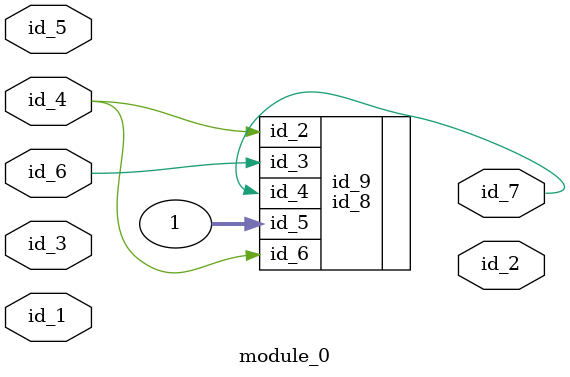
<source format=v>
module module_0 (
    id_1,
    id_2,
    id_3,
    id_4,
    id_5,
    id_6,
    id_7
);
  output id_7;
  input id_6;
  input id_5;
  input id_4;
  input id_3;
  output id_2;
  input id_1;
  id_8 id_9 (
      .id_4(id_7),
      .id_3(id_6),
      .id_5(id_6),
      .id_5(id_5),
      .id_2(id_4),
      .id_6(id_4),
      .id_5(1)
  );
  id_10 id_11 (
      .id_1(id_3),
      .id_3(id_1),
      .id_1(id_1),
      .id_5(id_9)
  );
  id_12 id_13 (
      .id_5(id_1),
      .id_9(id_9)
  );
endmodule

</source>
